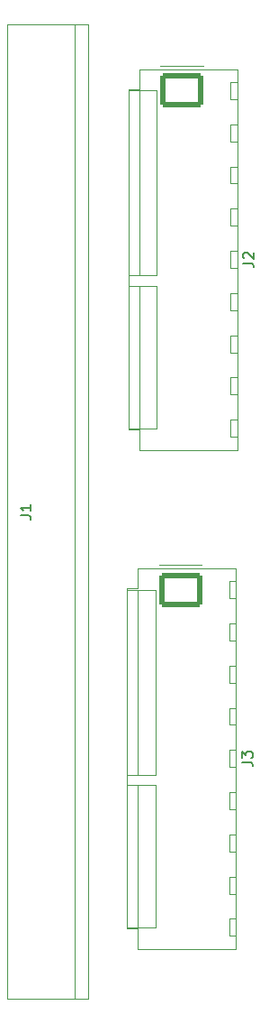
<source format=gto>
G04 #@! TF.GenerationSoftware,KiCad,Pcbnew,7.0.10*
G04 #@! TF.CreationDate,2024-02-17T13:29:22+01:00*
G04 #@! TF.ProjectId,System_11a_output_adapter,53797374-656d-45f3-9131-615f6f757470,rev?*
G04 #@! TF.SameCoordinates,Original*
G04 #@! TF.FileFunction,Legend,Top*
G04 #@! TF.FilePolarity,Positive*
%FSLAX46Y46*%
G04 Gerber Fmt 4.6, Leading zero omitted, Abs format (unit mm)*
G04 Created by KiCad (PCBNEW 7.0.10) date 2024-02-17 13:29:22*
%MOMM*%
%LPD*%
G01*
G04 APERTURE LIST*
G04 Aperture macros list*
%AMRoundRect*
0 Rectangle with rounded corners*
0 $1 Rounding radius*
0 $2 $3 $4 $5 $6 $7 $8 $9 X,Y pos of 4 corners*
0 Add a 4 corners polygon primitive as box body*
4,1,4,$2,$3,$4,$5,$6,$7,$8,$9,$2,$3,0*
0 Add four circle primitives for the rounded corners*
1,1,$1+$1,$2,$3*
1,1,$1+$1,$4,$5*
1,1,$1+$1,$6,$7*
1,1,$1+$1,$8,$9*
0 Add four rect primitives between the rounded corners*
20,1,$1+$1,$2,$3,$4,$5,0*
20,1,$1+$1,$4,$5,$6,$7,0*
20,1,$1+$1,$6,$7,$8,$9,0*
20,1,$1+$1,$8,$9,$2,$3,0*%
G04 Aperture macros list end*
%ADD10C,0.150000*%
%ADD11C,0.120000*%
%ADD12RoundRect,0.250000X-1.800000X1.330000X-1.800000X-1.330000X1.800000X-1.330000X1.800000X1.330000X0*%
%ADD13O,4.100000X3.160000*%
%ADD14R,3.000000X3.000000*%
%ADD15C,3.000000*%
G04 APERTURE END LIST*
D10*
X46299819Y-89533333D02*
X47014104Y-89533333D01*
X47014104Y-89533333D02*
X47156961Y-89580952D01*
X47156961Y-89580952D02*
X47252200Y-89676190D01*
X47252200Y-89676190D02*
X47299819Y-89819047D01*
X47299819Y-89819047D02*
X47299819Y-89914285D01*
X46299819Y-89152380D02*
X46299819Y-88533333D01*
X46299819Y-88533333D02*
X46680771Y-88866666D01*
X46680771Y-88866666D02*
X46680771Y-88723809D01*
X46680771Y-88723809D02*
X46728390Y-88628571D01*
X46728390Y-88628571D02*
X46776009Y-88580952D01*
X46776009Y-88580952D02*
X46871247Y-88533333D01*
X46871247Y-88533333D02*
X47109342Y-88533333D01*
X47109342Y-88533333D02*
X47204580Y-88580952D01*
X47204580Y-88580952D02*
X47252200Y-88628571D01*
X47252200Y-88628571D02*
X47299819Y-88723809D01*
X47299819Y-88723809D02*
X47299819Y-89009523D01*
X47299819Y-89009523D02*
X47252200Y-89104761D01*
X47252200Y-89104761D02*
X47204580Y-89152380D01*
X46404819Y-42693333D02*
X47119104Y-42693333D01*
X47119104Y-42693333D02*
X47261961Y-42740952D01*
X47261961Y-42740952D02*
X47357200Y-42836190D01*
X47357200Y-42836190D02*
X47404819Y-42979047D01*
X47404819Y-42979047D02*
X47404819Y-43074285D01*
X46500057Y-42264761D02*
X46452438Y-42217142D01*
X46452438Y-42217142D02*
X46404819Y-42121904D01*
X46404819Y-42121904D02*
X46404819Y-41883809D01*
X46404819Y-41883809D02*
X46452438Y-41788571D01*
X46452438Y-41788571D02*
X46500057Y-41740952D01*
X46500057Y-41740952D02*
X46595295Y-41693333D01*
X46595295Y-41693333D02*
X46690533Y-41693333D01*
X46690533Y-41693333D02*
X46833390Y-41740952D01*
X46833390Y-41740952D02*
X47404819Y-42312380D01*
X47404819Y-42312380D02*
X47404819Y-41693333D01*
X25454819Y-66373333D02*
X26169104Y-66373333D01*
X26169104Y-66373333D02*
X26311961Y-66420952D01*
X26311961Y-66420952D02*
X26407200Y-66516190D01*
X26407200Y-66516190D02*
X26454819Y-66659047D01*
X26454819Y-66659047D02*
X26454819Y-66754285D01*
X26454819Y-65373333D02*
X26454819Y-65944761D01*
X26454819Y-65659047D02*
X25454819Y-65659047D01*
X25454819Y-65659047D02*
X25597676Y-65754285D01*
X25597676Y-65754285D02*
X25692914Y-65849523D01*
X25692914Y-65849523D02*
X25740533Y-65944761D01*
D11*
X42535000Y-71050000D02*
X38535000Y-71050000D01*
X45755000Y-71340000D02*
X45755000Y-107060000D01*
X36530000Y-71340000D02*
X45755000Y-71340000D01*
X45755000Y-72560000D02*
X45155000Y-72560000D01*
X45155000Y-72560000D02*
X45155000Y-74160000D01*
X36530000Y-73245000D02*
X36530000Y-71340000D01*
X35525000Y-73245000D02*
X36530000Y-73245000D01*
X38195000Y-73360000D02*
X38195000Y-90700000D01*
X36525000Y-73360000D02*
X38195000Y-73360000D01*
X36525000Y-73360000D02*
X36525000Y-90700000D01*
X35525000Y-73360000D02*
X36525000Y-73360000D01*
X45155000Y-74160000D02*
X45755000Y-74160000D01*
X45755000Y-76520000D02*
X45155000Y-76520000D01*
X45155000Y-76520000D02*
X45155000Y-78120000D01*
X45155000Y-78120000D02*
X45755000Y-78120000D01*
X45755000Y-80480000D02*
X45155000Y-80480000D01*
X45155000Y-80480000D02*
X45155000Y-82080000D01*
X45155000Y-82080000D02*
X45755000Y-82080000D01*
X45755000Y-84440000D02*
X45155000Y-84440000D01*
X45155000Y-84440000D02*
X45155000Y-86040000D01*
X45155000Y-86040000D02*
X45755000Y-86040000D01*
X45755000Y-88400000D02*
X45155000Y-88400000D01*
X45155000Y-88400000D02*
X45155000Y-90000000D01*
X45155000Y-90000000D02*
X45755000Y-90000000D01*
X38195000Y-90700000D02*
X36525000Y-90700000D01*
X36525000Y-90700000D02*
X35525000Y-90700000D01*
X38195000Y-91660000D02*
X38195000Y-105040000D01*
X36525000Y-91660000D02*
X38195000Y-91660000D01*
X36525000Y-91660000D02*
X36525000Y-105040000D01*
X35525000Y-91660000D02*
X36525000Y-91660000D01*
X45755000Y-92360000D02*
X45155000Y-92360000D01*
X45155000Y-92360000D02*
X45155000Y-93960000D01*
X45155000Y-93960000D02*
X45755000Y-93960000D01*
X45755000Y-96320000D02*
X45155000Y-96320000D01*
X45155000Y-96320000D02*
X45155000Y-97920000D01*
X45155000Y-97920000D02*
X45755000Y-97920000D01*
X45755000Y-100280000D02*
X45155000Y-100280000D01*
X45155000Y-100280000D02*
X45155000Y-101880000D01*
X45155000Y-101880000D02*
X45755000Y-101880000D01*
X45755000Y-104240000D02*
X45155000Y-104240000D01*
X45155000Y-104240000D02*
X45155000Y-105840000D01*
X38195000Y-105040000D02*
X36525000Y-105040000D01*
X36525000Y-105040000D02*
X35525000Y-105040000D01*
X36530000Y-105155000D02*
X35525000Y-105155000D01*
X35525000Y-105155000D02*
X35525000Y-73245000D01*
X45155000Y-105840000D02*
X45755000Y-105840000D01*
X45755000Y-107060000D02*
X36530000Y-107060000D01*
X36530000Y-107060000D02*
X36530000Y-105155000D01*
X42640000Y-24210000D02*
X38640000Y-24210000D01*
X45860000Y-24500000D02*
X45860000Y-60220000D01*
X36635000Y-24500000D02*
X45860000Y-24500000D01*
X45860000Y-25720000D02*
X45260000Y-25720000D01*
X45260000Y-25720000D02*
X45260000Y-27320000D01*
X36635000Y-26405000D02*
X36635000Y-24500000D01*
X35630000Y-26405000D02*
X36635000Y-26405000D01*
X38300000Y-26520000D02*
X38300000Y-43860000D01*
X36630000Y-26520000D02*
X38300000Y-26520000D01*
X36630000Y-26520000D02*
X36630000Y-43860000D01*
X35630000Y-26520000D02*
X36630000Y-26520000D01*
X45260000Y-27320000D02*
X45860000Y-27320000D01*
X45860000Y-29680000D02*
X45260000Y-29680000D01*
X45260000Y-29680000D02*
X45260000Y-31280000D01*
X45260000Y-31280000D02*
X45860000Y-31280000D01*
X45860000Y-33640000D02*
X45260000Y-33640000D01*
X45260000Y-33640000D02*
X45260000Y-35240000D01*
X45260000Y-35240000D02*
X45860000Y-35240000D01*
X45860000Y-37600000D02*
X45260000Y-37600000D01*
X45260000Y-37600000D02*
X45260000Y-39200000D01*
X45260000Y-39200000D02*
X45860000Y-39200000D01*
X45860000Y-41560000D02*
X45260000Y-41560000D01*
X45260000Y-41560000D02*
X45260000Y-43160000D01*
X45260000Y-43160000D02*
X45860000Y-43160000D01*
X38300000Y-43860000D02*
X36630000Y-43860000D01*
X36630000Y-43860000D02*
X35630000Y-43860000D01*
X38300000Y-44820000D02*
X38300000Y-58200000D01*
X36630000Y-44820000D02*
X38300000Y-44820000D01*
X36630000Y-44820000D02*
X36630000Y-58200000D01*
X35630000Y-44820000D02*
X36630000Y-44820000D01*
X45860000Y-45520000D02*
X45260000Y-45520000D01*
X45260000Y-45520000D02*
X45260000Y-47120000D01*
X45260000Y-47120000D02*
X45860000Y-47120000D01*
X45860000Y-49480000D02*
X45260000Y-49480000D01*
X45260000Y-49480000D02*
X45260000Y-51080000D01*
X45260000Y-51080000D02*
X45860000Y-51080000D01*
X45860000Y-53440000D02*
X45260000Y-53440000D01*
X45260000Y-53440000D02*
X45260000Y-55040000D01*
X45260000Y-55040000D02*
X45860000Y-55040000D01*
X45860000Y-57400000D02*
X45260000Y-57400000D01*
X45260000Y-57400000D02*
X45260000Y-59000000D01*
X38300000Y-58200000D02*
X36630000Y-58200000D01*
X36630000Y-58200000D02*
X35630000Y-58200000D01*
X36635000Y-58315000D02*
X35630000Y-58315000D01*
X35630000Y-58315000D02*
X35630000Y-26405000D01*
X45260000Y-59000000D02*
X45860000Y-59000000D01*
X45860000Y-60220000D02*
X36635000Y-60220000D01*
X36635000Y-60220000D02*
X36635000Y-58315000D01*
X24190000Y-111760000D02*
X31810000Y-111760000D01*
X24190000Y-111760000D02*
X24190000Y-20320000D01*
X30540000Y-111760000D02*
X30540000Y-20320000D01*
X31810000Y-111760000D02*
X31810000Y-20320000D01*
X31810000Y-20320000D02*
X24190000Y-20320000D01*
%LPC*%
D12*
X40535000Y-73360000D03*
D13*
X40535000Y-77320000D03*
X40535000Y-81280000D03*
X40535000Y-85240000D03*
X40535000Y-89200000D03*
X40535000Y-93160000D03*
X40535000Y-97120000D03*
X40535000Y-101080000D03*
X40535000Y-105040000D03*
D12*
X40640000Y-26520000D03*
D13*
X40640000Y-30480000D03*
X40640000Y-34440000D03*
X40640000Y-38400000D03*
X40640000Y-42360000D03*
X40640000Y-46320000D03*
X40640000Y-50280000D03*
X40640000Y-54240000D03*
X40640000Y-58200000D03*
D14*
X28000000Y-109220000D03*
D15*
X28000000Y-104140000D03*
X28000000Y-99060000D03*
X28000000Y-93980000D03*
X28000000Y-88900000D03*
X28000000Y-83820000D03*
X28000000Y-78740000D03*
X28000000Y-73660000D03*
X28000000Y-68580000D03*
X28000000Y-63500000D03*
X28000000Y-58420000D03*
X28000000Y-53340000D03*
X28000000Y-48260000D03*
X28000000Y-43180000D03*
X28000000Y-38100000D03*
X28000000Y-33020000D03*
X28000000Y-27940000D03*
X28000000Y-22860000D03*
%LPD*%
M02*

</source>
